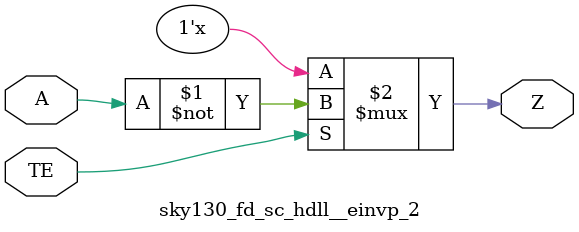
<source format=v>
/*
 * Copyright 2020 The SkyWater PDK Authors
 *
 * Licensed under the Apache License, Version 2.0 (the "License");
 * you may not use this file except in compliance with the License.
 * You may obtain a copy of the License at
 *
 *     https://www.apache.org/licenses/LICENSE-2.0
 *
 * Unless required by applicable law or agreed to in writing, software
 * distributed under the License is distributed on an "AS IS" BASIS,
 * WITHOUT WARRANTIES OR CONDITIONS OF ANY KIND, either express or implied.
 * See the License for the specific language governing permissions and
 * limitations under the License.
 *
 * SPDX-License-Identifier: Apache-2.0
*/


`ifndef SKY130_FD_SC_HDLL__EINVP_2_FUNCTIONAL_V
`define SKY130_FD_SC_HDLL__EINVP_2_FUNCTIONAL_V

/**
 * einvp: Tri-state inverter, positive enable.
 *
 * Verilog simulation functional model.
 */

`timescale 1ns / 1ps
`default_nettype none

`celldefine
module sky130_fd_sc_hdll__einvp_2 (
    Z ,
    A ,
    TE
);

    // Module ports
    output Z ;
    input  A ;
    input  TE;

    //     Name     Output  Other arguments
    notif1 notif10 (Z     , A, TE          );

endmodule
`endcelldefine

`default_nettype wire
`endif  // SKY130_FD_SC_HDLL__EINVP_2_FUNCTIONAL_V

</source>
